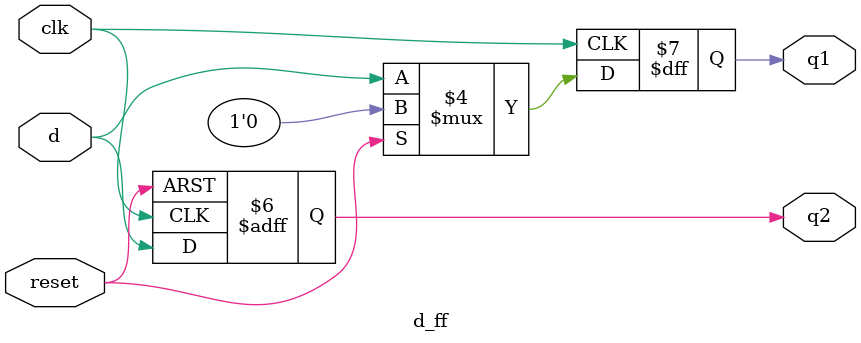
<source format=v>
module d_ff( 
  input  clk,
  input  reset,
  input  d,
  output reg q1,
  output reg q2
  );
  
  always @ ( posedge clk )                   // synchronous reset
  begin
    if(reset)    // active high reset
      q1 <= 1'b0;
    else
      q1 <= d;
  end
  
  always @ ( posedge clk or posedge reset )  // asynchronous reset
  begin
    if(reset)
      q2 <= 1'b0;
    else
      q2 <= d;
  end
endmodule

</source>
